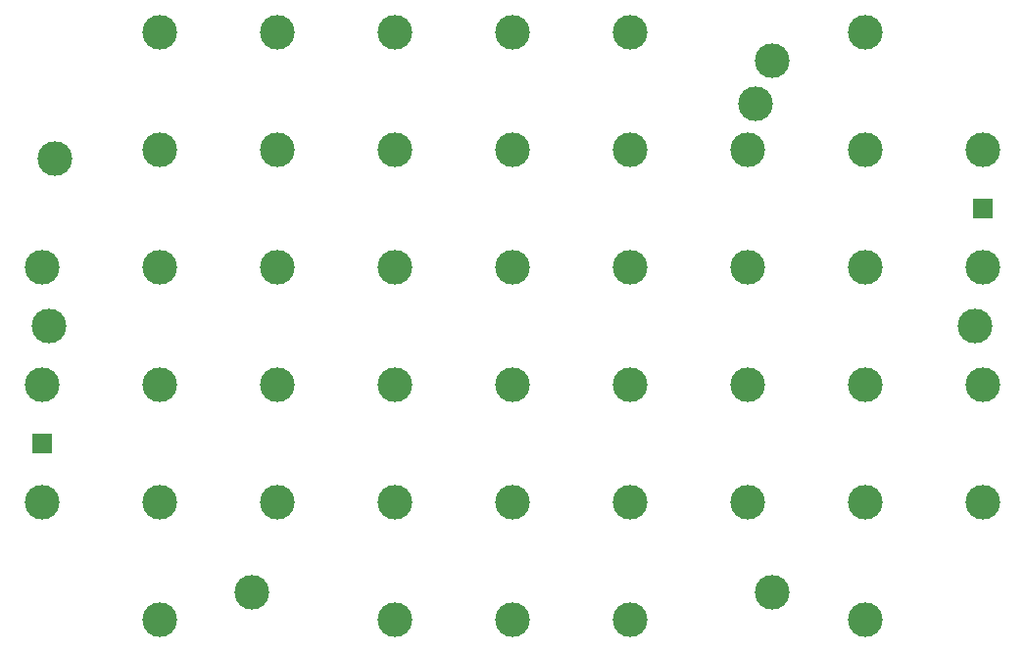
<source format=gbr>
%TF.GenerationSoftware,KiCad,Pcbnew,6.0.7-f9a2dced07~116~ubuntu20.04.1*%
%TF.CreationDate,2022-09-28T21:06:17-05:00*%
%TF.ProjectId,a06,6130362e-6b69-4636-9164-5f7063625858,rev?*%
%TF.SameCoordinates,Original*%
%TF.FileFunction,Soldermask,Bot*%
%TF.FilePolarity,Negative*%
%FSLAX46Y46*%
G04 Gerber Fmt 4.6, Leading zero omitted, Abs format (unit mm)*
G04 Created by KiCad (PCBNEW 6.0.7-f9a2dced07~116~ubuntu20.04.1) date 2022-09-28 21:06:17*
%MOMM*%
%LPD*%
G01*
G04 APERTURE LIST*
%ADD10C,3.000000*%
%ADD11R,1.700000X1.700000*%
G04 APERTURE END LIST*
D10*
%TO.C,REF\u002A\u002A18*%
X104360000Y-123920000D03*
%TD*%
%TO.C,REF\u002A\u002A24*%
X165320000Y-123920000D03*
%TD*%
%TO.C,REF\u002A\u002A21*%
X134840000Y-123920000D03*
%TD*%
%TO.C,REF\u002A\u002A37*%
X114520000Y-144240000D03*
%TD*%
%TO.C,REF\u002A\u002A15*%
X165320000Y-113760000D03*
%TD*%
%TO.C,REF\u002A\u002A50*%
X155160000Y-154400000D03*
%TD*%
%TO.C,REF\u002A\u002A44*%
X185640000Y-144240000D03*
%TD*%
%TO.C,REF\u002A\u002A29*%
X124680000Y-134080000D03*
%TD*%
%TO.C,REF\u002A\u002A28*%
X114520000Y-134080000D03*
%TD*%
%TO.C,REF\u002A\u002A36*%
X104360000Y-144240000D03*
%TD*%
%TO.C,REF\u002A\u002A23*%
X155160000Y-123920000D03*
%TD*%
%TO.C,REF\u002A\u002A*%
X167500000Y-106000000D03*
%TD*%
D11*
%TO.C,J2*%
X104360000Y-139160000D03*
%TD*%
D10*
%TO.C,REF\u002A\u002A3*%
X134840000Y-103600000D03*
%TD*%
%TO.C,REF\u002A\u002A34*%
X175480000Y-134080000D03*
%TD*%
%TO.C,REF\u002A\u002A48*%
X134840000Y-154400000D03*
%TD*%
%TO.C,REF\u002A\u002A30*%
X134840000Y-134080000D03*
%TD*%
%TO.C,REF\u002A\u002A*%
X105000000Y-129000000D03*
%TD*%
%TO.C,REF\u002A\u002A16*%
X175480000Y-113760000D03*
%TD*%
%TO.C,REF\u002A\u002A*%
X185000000Y-129000000D03*
%TD*%
%TO.C,REF\u002A\u002A12*%
X134840000Y-113760000D03*
%TD*%
%TO.C,REF\u002A\u002A2*%
X124680000Y-103600000D03*
%TD*%
%TO.C,REF\u002A\u002A22*%
X145000000Y-123920000D03*
%TD*%
%TO.C,REF\u002A\u002A5*%
X155160000Y-103600000D03*
%TD*%
%TO.C,REF\u002A\u002A43*%
X175480000Y-144240000D03*
%TD*%
%TO.C,REF\u002A\u002A11*%
X124680000Y-113760000D03*
%TD*%
%TO.C,REF\u002A\u002A4*%
X145000000Y-103600000D03*
%TD*%
%TO.C,REF\u002A\u002A20*%
X124680000Y-123920000D03*
%TD*%
%TO.C,REF\u002A\u002A49*%
X145000000Y-154400000D03*
%TD*%
%TO.C,REF\u002A\u002A52*%
X175480000Y-154400000D03*
%TD*%
%TO.C,REF\u002A\u002A31*%
X145000000Y-134080000D03*
%TD*%
%TO.C,REF\u002A\u002A27*%
X104360000Y-134080000D03*
%TD*%
%TO.C,REF\u002A\u002A35*%
X185640000Y-134080000D03*
%TD*%
%TO.C,REF\u002A\u002A17*%
X185640000Y-113760000D03*
%TD*%
%TO.C,REF\u002A\u002A41*%
X155160000Y-144240000D03*
%TD*%
%TO.C,REF\u002A\u002A*%
X166000000Y-109750000D03*
%TD*%
%TO.C,REF\u002A\u002A*%
X167500000Y-152000000D03*
%TD*%
%TO.C,REF\u002A\u002A33*%
X165320000Y-134080000D03*
%TD*%
%TO.C,REF\u002A\u002A19*%
X114520000Y-123920000D03*
%TD*%
%TO.C,REF\u002A\u002A26*%
X185640000Y-123920000D03*
%TD*%
%TO.C,REF\u002A\u002A40*%
X145000000Y-144240000D03*
%TD*%
%TO.C,REF\u002A\u002A1*%
X114520000Y-103600000D03*
%TD*%
%TO.C,REF\u002A\u002A13*%
X145000000Y-113760000D03*
%TD*%
%TO.C,REF\u002A\u002A*%
X105500000Y-114500000D03*
%TD*%
%TO.C,REF\u002A\u002A14*%
X155160000Y-113760000D03*
%TD*%
D11*
%TO.C,J1*%
X185640000Y-118840000D03*
%TD*%
D10*
%TO.C,REF\u002A\u002A46*%
X114520000Y-154400000D03*
%TD*%
%TO.C,REF\u002A\u002A25*%
X175480000Y-123920000D03*
%TD*%
%TO.C,REF\u002A\u002A38*%
X124680000Y-144240000D03*
%TD*%
%TO.C,REF\u002A\u002A*%
X122500000Y-152000000D03*
%TD*%
%TO.C,REF\u002A\u002A10*%
X114520000Y-113760000D03*
%TD*%
%TO.C,REF\u002A\u002A42*%
X165320000Y-144240000D03*
%TD*%
%TO.C,REF\u002A\u002A39*%
X134840000Y-144240000D03*
%TD*%
%TO.C,REF\u002A\u002A32*%
X155160000Y-134080000D03*
%TD*%
%TO.C,REF\u002A\u002A7*%
X175480000Y-103600000D03*
%TD*%
M02*

</source>
